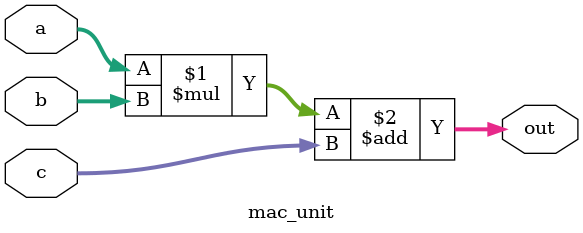
<source format=v>
module mac_unit (
    input wire [7:0] a,
    input wire [7:0] b,
    input wire [15:0] c,
    output wire [15:0] out
);

    assign out = (a * b) + c;

endmodule

</source>
